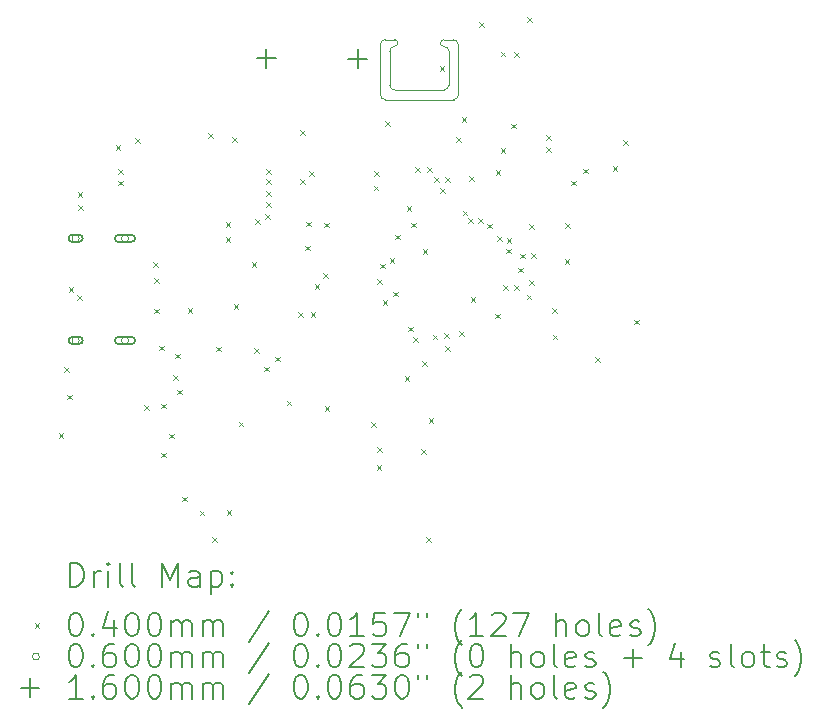
<source format=gbr>
%TF.GenerationSoftware,KiCad,Pcbnew,7.0.7*%
%TF.CreationDate,2023-10-12T17:33:56+02:00*%
%TF.ProjectId,LDAD_ABS_ENCLOSURE_52X48_1.69_LCD_TFT_16_bit_INA237,4c444144-5f41-4425-935f-454e434c4f53,5.3*%
%TF.SameCoordinates,Original*%
%TF.FileFunction,Drillmap*%
%TF.FilePolarity,Positive*%
%FSLAX45Y45*%
G04 Gerber Fmt 4.5, Leading zero omitted, Abs format (unit mm)*
G04 Created by KiCad (PCBNEW 7.0.7) date 2023-10-12 17:33:56*
%MOMM*%
%LPD*%
G01*
G04 APERTURE LIST*
%ADD10C,0.100000*%
%ADD11C,0.200000*%
%ADD12C,0.040000*%
%ADD13C,0.060000*%
%ADD14C,0.160000*%
G04 APERTURE END LIST*
D10*
X22066378Y-7512294D02*
X22066329Y-7798294D01*
X22524984Y-7839898D02*
X22109378Y-7839294D01*
X22567029Y-7510850D02*
G75*
G03*
X22523983Y-7469850I-41039J10D01*
G01*
X22646064Y-7453883D02*
G75*
G03*
X22603008Y-7412883I-41084J-37D01*
G01*
X22606944Y-7921162D02*
G75*
G03*
X22647943Y-7878117I6J41042D01*
G01*
X22567032Y-7510850D02*
X22565983Y-7796850D01*
X22107326Y-7469248D02*
G75*
G03*
X22066326Y-7512294I4J-41052D01*
G01*
X22027326Y-7411863D02*
X22107326Y-7411818D01*
X22523983Y-7412430D02*
G75*
G03*
X22523983Y-7469850I-4J-28710D01*
G01*
X22603008Y-7412883D02*
X22523983Y-7412423D01*
X22030043Y-7919397D02*
X22606944Y-7921166D01*
X21986378Y-7454911D02*
X21986994Y-7878397D01*
X22107326Y-7469241D02*
G75*
G03*
X22107326Y-7411818I4J28712D01*
G01*
X22647943Y-7878117D02*
X22646056Y-7453883D01*
X22027326Y-7411866D02*
G75*
G03*
X21986326Y-7454911I-26J-41024D01*
G01*
X22066327Y-7798294D02*
G75*
G03*
X22109378Y-7839294I41043J-6D01*
G01*
X21987003Y-7878397D02*
G75*
G03*
X22030043Y-7919397I41017J-33D01*
G01*
X22524984Y-7839903D02*
G75*
G03*
X22565983Y-7796850I6J41043D01*
G01*
D11*
D12*
X19264000Y-10747000D02*
X19304000Y-10787000D01*
X19304000Y-10747000D02*
X19264000Y-10787000D01*
X19307000Y-10184000D02*
X19347000Y-10224000D01*
X19347000Y-10184000D02*
X19307000Y-10224000D01*
X19337000Y-10419000D02*
X19377000Y-10459000D01*
X19377000Y-10419000D02*
X19337000Y-10459000D01*
X19349000Y-9510000D02*
X19389000Y-9550000D01*
X19389000Y-9510000D02*
X19349000Y-9550000D01*
X19419000Y-9574000D02*
X19459000Y-9614000D01*
X19459000Y-9574000D02*
X19419000Y-9614000D01*
X19425000Y-8702000D02*
X19465000Y-8742000D01*
X19465000Y-8702000D02*
X19425000Y-8742000D01*
X19429000Y-8813000D02*
X19469000Y-8853000D01*
X19469000Y-8813000D02*
X19429000Y-8853000D01*
X19746000Y-8308000D02*
X19786000Y-8348000D01*
X19786000Y-8308000D02*
X19746000Y-8348000D01*
X19765000Y-8506000D02*
X19805000Y-8546000D01*
X19805000Y-8506000D02*
X19765000Y-8546000D01*
X19765000Y-8607000D02*
X19805000Y-8647000D01*
X19805000Y-8607000D02*
X19765000Y-8647000D01*
X19912000Y-8245000D02*
X19952000Y-8285000D01*
X19952000Y-8245000D02*
X19912000Y-8285000D01*
X19990000Y-10509000D02*
X20030000Y-10549000D01*
X20030000Y-10509000D02*
X19990000Y-10549000D01*
X20066000Y-9294000D02*
X20106000Y-9334000D01*
X20106000Y-9294000D02*
X20066000Y-9334000D01*
X20069000Y-9433000D02*
X20109000Y-9473000D01*
X20109000Y-9433000D02*
X20069000Y-9473000D01*
X20074000Y-9689000D02*
X20114000Y-9729000D01*
X20114000Y-9689000D02*
X20074000Y-9729000D01*
X20113000Y-10003000D02*
X20153000Y-10043000D01*
X20153000Y-10003000D02*
X20113000Y-10043000D01*
X20128000Y-10910000D02*
X20168000Y-10950000D01*
X20168000Y-10910000D02*
X20128000Y-10950000D01*
X20133000Y-10495000D02*
X20173000Y-10535000D01*
X20173000Y-10495000D02*
X20133000Y-10535000D01*
X20201000Y-10748000D02*
X20241000Y-10788000D01*
X20241000Y-10748000D02*
X20201000Y-10788000D01*
X20232000Y-10255000D02*
X20272000Y-10295000D01*
X20272000Y-10255000D02*
X20232000Y-10295000D01*
X20249000Y-10070050D02*
X20289000Y-10110050D01*
X20289000Y-10070050D02*
X20249000Y-10110050D01*
X20267000Y-10376000D02*
X20307000Y-10416000D01*
X20307000Y-10376000D02*
X20267000Y-10416000D01*
X20306000Y-11282000D02*
X20346000Y-11322000D01*
X20346000Y-11282000D02*
X20306000Y-11322000D01*
X20355000Y-9684000D02*
X20395000Y-9724000D01*
X20395000Y-9684000D02*
X20355000Y-9724000D01*
X20457000Y-11400000D02*
X20497000Y-11440000D01*
X20497000Y-11400000D02*
X20457000Y-11440000D01*
X20532000Y-8202000D02*
X20572000Y-8242000D01*
X20572000Y-8202000D02*
X20532000Y-8242000D01*
X20561000Y-11626000D02*
X20601000Y-11666000D01*
X20601000Y-11626000D02*
X20561000Y-11666000D01*
X20595000Y-10011000D02*
X20635000Y-10051000D01*
X20635000Y-10011000D02*
X20595000Y-10051000D01*
X20677000Y-8956000D02*
X20717000Y-8996000D01*
X20717000Y-8956000D02*
X20677000Y-8996000D01*
X20677000Y-9087000D02*
X20717000Y-9127000D01*
X20717000Y-9087000D02*
X20677000Y-9127000D01*
X20686000Y-11395000D02*
X20726000Y-11435000D01*
X20726000Y-11395000D02*
X20686000Y-11435000D01*
X20732000Y-8236000D02*
X20772000Y-8276000D01*
X20772000Y-8236000D02*
X20732000Y-8276000D01*
X20745000Y-9651000D02*
X20785000Y-9691000D01*
X20785000Y-9651000D02*
X20745000Y-9691000D01*
X20787000Y-10647000D02*
X20827000Y-10687000D01*
X20827000Y-10647000D02*
X20787000Y-10687000D01*
X20897550Y-9296000D02*
X20937550Y-9336000D01*
X20937550Y-9296000D02*
X20897550Y-9336000D01*
X20918000Y-10025000D02*
X20958000Y-10065000D01*
X20958000Y-10025000D02*
X20918000Y-10065000D01*
X20925000Y-8931000D02*
X20965000Y-8971000D01*
X20965000Y-8931000D02*
X20925000Y-8971000D01*
X21001000Y-10182000D02*
X21041000Y-10222000D01*
X21041000Y-10182000D02*
X21001000Y-10222000D01*
X21013000Y-8888000D02*
X21053000Y-8928000D01*
X21053000Y-8888000D02*
X21013000Y-8928000D01*
X21017000Y-8788000D02*
X21057000Y-8828000D01*
X21057000Y-8788000D02*
X21017000Y-8828000D01*
X21019000Y-8508000D02*
X21059000Y-8548000D01*
X21059000Y-8508000D02*
X21019000Y-8548000D01*
X21019000Y-8697000D02*
X21059000Y-8737000D01*
X21059000Y-8697000D02*
X21019000Y-8737000D01*
X21021000Y-8595000D02*
X21061000Y-8635000D01*
X21061000Y-8595000D02*
X21021000Y-8635000D01*
X21094000Y-10097000D02*
X21134000Y-10137000D01*
X21134000Y-10097000D02*
X21094000Y-10137000D01*
X21193000Y-10469000D02*
X21233000Y-10509000D01*
X21233000Y-10469000D02*
X21193000Y-10509000D01*
X21294000Y-9718000D02*
X21334000Y-9758000D01*
X21334000Y-9718000D02*
X21294000Y-9758000D01*
X21306000Y-8181000D02*
X21346000Y-8221000D01*
X21346000Y-8181000D02*
X21306000Y-8221000D01*
X21309000Y-8594000D02*
X21349000Y-8634000D01*
X21349000Y-8594000D02*
X21309000Y-8634000D01*
X21348000Y-9157000D02*
X21388000Y-9197000D01*
X21388000Y-9157000D02*
X21348000Y-9197000D01*
X21361000Y-8954000D02*
X21401000Y-8994000D01*
X21401000Y-8954000D02*
X21361000Y-8994000D01*
X21382000Y-8523000D02*
X21422000Y-8563000D01*
X21422000Y-8523000D02*
X21382000Y-8563000D01*
X21396000Y-9719000D02*
X21436000Y-9759000D01*
X21436000Y-9719000D02*
X21396000Y-9759000D01*
X21431000Y-9484000D02*
X21471000Y-9524000D01*
X21471000Y-9484000D02*
X21431000Y-9524000D01*
X21504000Y-9388000D02*
X21544000Y-9428000D01*
X21544000Y-9388000D02*
X21504000Y-9428000D01*
X21514000Y-8963000D02*
X21554000Y-9003000D01*
X21554000Y-8963000D02*
X21514000Y-9003000D01*
X21515000Y-10513000D02*
X21555000Y-10553000D01*
X21555000Y-10513000D02*
X21515000Y-10553000D01*
X21908000Y-10651000D02*
X21948000Y-10691000D01*
X21948000Y-10651000D02*
X21908000Y-10691000D01*
X21930000Y-8649000D02*
X21970000Y-8689000D01*
X21970000Y-8649000D02*
X21930000Y-8689000D01*
X21937000Y-8523000D02*
X21977000Y-8563000D01*
X21977000Y-8523000D02*
X21937000Y-8563000D01*
X21955750Y-11014250D02*
X21995750Y-11054250D01*
X21995750Y-11014250D02*
X21955750Y-11054250D01*
X21960000Y-10863000D02*
X22000000Y-10903000D01*
X22000000Y-10863000D02*
X21960000Y-10903000D01*
X21961000Y-9441000D02*
X22001000Y-9481000D01*
X22001000Y-9441000D02*
X21961000Y-9481000D01*
X21984000Y-9310000D02*
X22024000Y-9350000D01*
X22024000Y-9310000D02*
X21984000Y-9350000D01*
X22006000Y-9620000D02*
X22046000Y-9660000D01*
X22046000Y-9620000D02*
X22006000Y-9660000D01*
X22030000Y-8100000D02*
X22070000Y-8140000D01*
X22070000Y-8100000D02*
X22030000Y-8140000D01*
X22065000Y-9263000D02*
X22105000Y-9303000D01*
X22105000Y-9263000D02*
X22065000Y-9303000D01*
X22093000Y-9547000D02*
X22133000Y-9587000D01*
X22133000Y-9547000D02*
X22093000Y-9587000D01*
X22111000Y-9063761D02*
X22151000Y-9103761D01*
X22151000Y-9063761D02*
X22111000Y-9103761D01*
X22192000Y-10263000D02*
X22232000Y-10303000D01*
X22232000Y-10263000D02*
X22192000Y-10303000D01*
X22209000Y-8824000D02*
X22249000Y-8864000D01*
X22249000Y-8824000D02*
X22209000Y-8864000D01*
X22224450Y-9842000D02*
X22264450Y-9882000D01*
X22264450Y-9842000D02*
X22224450Y-9882000D01*
X22250000Y-8962950D02*
X22290000Y-9002950D01*
X22290000Y-8962950D02*
X22250000Y-9002950D01*
X22266325Y-9929931D02*
X22306325Y-9969931D01*
X22306325Y-9929931D02*
X22266325Y-9969931D01*
X22284000Y-8491000D02*
X22324000Y-8531000D01*
X22324000Y-8491000D02*
X22284000Y-8531000D01*
X22332000Y-10878000D02*
X22372000Y-10918000D01*
X22372000Y-10878000D02*
X22332000Y-10918000D01*
X22338867Y-10137000D02*
X22378867Y-10177000D01*
X22378867Y-10137000D02*
X22338867Y-10177000D01*
X22344000Y-9185000D02*
X22384000Y-9225000D01*
X22384000Y-9185000D02*
X22344000Y-9225000D01*
X22375000Y-11626000D02*
X22415000Y-11666000D01*
X22415000Y-11626000D02*
X22375000Y-11666000D01*
X22384000Y-8494000D02*
X22424000Y-8534000D01*
X22424000Y-8494000D02*
X22384000Y-8534000D01*
X22395000Y-10620000D02*
X22435000Y-10660000D01*
X22435000Y-10620000D02*
X22395000Y-10660000D01*
X22429760Y-9908993D02*
X22469760Y-9948993D01*
X22469760Y-9908993D02*
X22429760Y-9948993D01*
X22443000Y-8577000D02*
X22483000Y-8617000D01*
X22483000Y-8577000D02*
X22443000Y-8617000D01*
X22488000Y-7634000D02*
X22528000Y-7674000D01*
X22528000Y-7634000D02*
X22488000Y-7674000D01*
X22495000Y-8668000D02*
X22535000Y-8708000D01*
X22535000Y-8668000D02*
X22495000Y-8708000D01*
X22525000Y-9895000D02*
X22565000Y-9935000D01*
X22565000Y-9895000D02*
X22525000Y-9935000D01*
X22536000Y-8578000D02*
X22576000Y-8618000D01*
X22576000Y-8578000D02*
X22536000Y-8618000D01*
X22536365Y-10004815D02*
X22576365Y-10044815D01*
X22576365Y-10004815D02*
X22536365Y-10044815D01*
X22629000Y-8239000D02*
X22669000Y-8279000D01*
X22669000Y-8239000D02*
X22629000Y-8279000D01*
X22653628Y-9881628D02*
X22693628Y-9921628D01*
X22693628Y-9881628D02*
X22653628Y-9921628D01*
X22676000Y-8068000D02*
X22716000Y-8108000D01*
X22716000Y-8068000D02*
X22676000Y-8108000D01*
X22682950Y-8860544D02*
X22722950Y-8900544D01*
X22722950Y-8860544D02*
X22682950Y-8900544D01*
X22730249Y-8925002D02*
X22770249Y-8965002D01*
X22770249Y-8925002D02*
X22730249Y-8965002D01*
X22736812Y-8570450D02*
X22776812Y-8610450D01*
X22776812Y-8570450D02*
X22736812Y-8610450D01*
X22751120Y-9591000D02*
X22791120Y-9631000D01*
X22791120Y-9591000D02*
X22751120Y-9631000D01*
X22818037Y-8924550D02*
X22858037Y-8964550D01*
X22858037Y-8924550D02*
X22818037Y-8964550D01*
X22824550Y-7265000D02*
X22864550Y-7305000D01*
X22864550Y-7265000D02*
X22824550Y-7305000D01*
X22889000Y-8970000D02*
X22929000Y-9010000D01*
X22929000Y-8970000D02*
X22889000Y-9010000D01*
X22960000Y-9731786D02*
X23000000Y-9771786D01*
X23000000Y-9731786D02*
X22960000Y-9771786D01*
X22963070Y-8518521D02*
X23003070Y-8558521D01*
X23003070Y-8518521D02*
X22963070Y-8558521D01*
X22977265Y-9074407D02*
X23017265Y-9114407D01*
X23017265Y-9074407D02*
X22977265Y-9114407D01*
X23006000Y-7514950D02*
X23046000Y-7554950D01*
X23046000Y-7514950D02*
X23006000Y-7554950D01*
X23006000Y-8334000D02*
X23046000Y-8374000D01*
X23046000Y-8334000D02*
X23006000Y-8374000D01*
X23026640Y-9491882D02*
X23066640Y-9531882D01*
X23066640Y-9491882D02*
X23026640Y-9531882D01*
X23050468Y-9181235D02*
X23090468Y-9221235D01*
X23090468Y-9181235D02*
X23050468Y-9221235D01*
X23055919Y-9095045D02*
X23095919Y-9135045D01*
X23095919Y-9095045D02*
X23055919Y-9135045D01*
X23092000Y-8124000D02*
X23132000Y-8164000D01*
X23132000Y-8124000D02*
X23092000Y-8164000D01*
X23121000Y-9491882D02*
X23161000Y-9531882D01*
X23161000Y-9491882D02*
X23121000Y-9531882D01*
X23122750Y-7516750D02*
X23162750Y-7556750D01*
X23162750Y-7516750D02*
X23122750Y-7556750D01*
X23154528Y-9342550D02*
X23194528Y-9382550D01*
X23194528Y-9342550D02*
X23154528Y-9382550D01*
X23170717Y-9223550D02*
X23210717Y-9263550D01*
X23210717Y-9223550D02*
X23170717Y-9263550D01*
X23224888Y-9572257D02*
X23264888Y-9612257D01*
X23264888Y-9572257D02*
X23224888Y-9612257D01*
X23231000Y-7221000D02*
X23271000Y-7261000D01*
X23271000Y-7221000D02*
X23231000Y-7261000D01*
X23246000Y-8977000D02*
X23286000Y-9017000D01*
X23286000Y-8977000D02*
X23246000Y-9017000D01*
X23247595Y-9449572D02*
X23287595Y-9489572D01*
X23287595Y-9449572D02*
X23247595Y-9489572D01*
X23264623Y-9217623D02*
X23304623Y-9257623D01*
X23304623Y-9217623D02*
X23264623Y-9257623D01*
X23391000Y-8223000D02*
X23431000Y-8263000D01*
X23431000Y-8223000D02*
X23391000Y-8263000D01*
X23391000Y-8324000D02*
X23431000Y-8364000D01*
X23431000Y-8324000D02*
X23391000Y-8364000D01*
X23441000Y-9686000D02*
X23481000Y-9726000D01*
X23481000Y-9686000D02*
X23441000Y-9726000D01*
X23445000Y-9911000D02*
X23485000Y-9951000D01*
X23485000Y-9911000D02*
X23445000Y-9951000D01*
X23546750Y-9271450D02*
X23586750Y-9311450D01*
X23586750Y-9271450D02*
X23546750Y-9311450D01*
X23553125Y-8968332D02*
X23593125Y-9008332D01*
X23593125Y-8968332D02*
X23553125Y-9008332D01*
X23603000Y-8607000D02*
X23643000Y-8647000D01*
X23643000Y-8607000D02*
X23603000Y-8647000D01*
X23704000Y-8504000D02*
X23744000Y-8544000D01*
X23744000Y-8504000D02*
X23704000Y-8544000D01*
X23806000Y-10098000D02*
X23846000Y-10138000D01*
X23846000Y-10098000D02*
X23806000Y-10138000D01*
X23952852Y-8483925D02*
X23992852Y-8523925D01*
X23992852Y-8483925D02*
X23952852Y-8523925D01*
X24042000Y-8264000D02*
X24082000Y-8304000D01*
X24082000Y-8264000D02*
X24042000Y-8304000D01*
X24138000Y-9783000D02*
X24178000Y-9823000D01*
X24178000Y-9783000D02*
X24138000Y-9823000D01*
D13*
X19437000Y-9095000D02*
G75*
G03*
X19437000Y-9095000I-30000J0D01*
G01*
D11*
X19437000Y-9065000D02*
X19377000Y-9065000D01*
X19377000Y-9065000D02*
G75*
G03*
X19377000Y-9125000I0J-30000D01*
G01*
X19377000Y-9125000D02*
X19437000Y-9125000D01*
X19437000Y-9125000D02*
G75*
G03*
X19437000Y-9065000I0J30000D01*
G01*
D13*
X19437000Y-9959000D02*
G75*
G03*
X19437000Y-9959000I-30000J0D01*
G01*
D11*
X19437000Y-9929000D02*
X19377000Y-9929000D01*
X19377000Y-9929000D02*
G75*
G03*
X19377000Y-9989000I0J-30000D01*
G01*
X19377000Y-9989000D02*
X19437000Y-9989000D01*
X19437000Y-9989000D02*
G75*
G03*
X19437000Y-9929000I0J30000D01*
G01*
D13*
X19855000Y-9095000D02*
G75*
G03*
X19855000Y-9095000I-30000J0D01*
G01*
D11*
X19880000Y-9065000D02*
X19770000Y-9065000D01*
X19770000Y-9065000D02*
G75*
G03*
X19770000Y-9125000I0J-30000D01*
G01*
X19770000Y-9125000D02*
X19880000Y-9125000D01*
X19880000Y-9125000D02*
G75*
G03*
X19880000Y-9065000I0J30000D01*
G01*
D13*
X19855000Y-9959000D02*
G75*
G03*
X19855000Y-9959000I-30000J0D01*
G01*
D11*
X19880000Y-9929000D02*
X19770000Y-9929000D01*
X19770000Y-9929000D02*
G75*
G03*
X19770000Y-9989000I0J-30000D01*
G01*
X19770000Y-9989000D02*
X19880000Y-9989000D01*
X19880000Y-9989000D02*
G75*
G03*
X19880000Y-9929000I0J30000D01*
G01*
D14*
X21020000Y-7492000D02*
X21020000Y-7652000D01*
X20940000Y-7572000D02*
X21100000Y-7572000D01*
X21795000Y-7493000D02*
X21795000Y-7653000D01*
X21715000Y-7573000D02*
X21875000Y-7573000D01*
D11*
X19361338Y-12042966D02*
X19361338Y-11842966D01*
X19361338Y-11842966D02*
X19408957Y-11842966D01*
X19408957Y-11842966D02*
X19437528Y-11852490D01*
X19437528Y-11852490D02*
X19456576Y-11871538D01*
X19456576Y-11871538D02*
X19466100Y-11890585D01*
X19466100Y-11890585D02*
X19475624Y-11928681D01*
X19475624Y-11928681D02*
X19475624Y-11957252D01*
X19475624Y-11957252D02*
X19466100Y-11995347D01*
X19466100Y-11995347D02*
X19456576Y-12014395D01*
X19456576Y-12014395D02*
X19437528Y-12033443D01*
X19437528Y-12033443D02*
X19408957Y-12042966D01*
X19408957Y-12042966D02*
X19361338Y-12042966D01*
X19561338Y-12042966D02*
X19561338Y-11909633D01*
X19561338Y-11947728D02*
X19570862Y-11928681D01*
X19570862Y-11928681D02*
X19580386Y-11919157D01*
X19580386Y-11919157D02*
X19599433Y-11909633D01*
X19599433Y-11909633D02*
X19618481Y-11909633D01*
X19685147Y-12042966D02*
X19685147Y-11909633D01*
X19685147Y-11842966D02*
X19675624Y-11852490D01*
X19675624Y-11852490D02*
X19685147Y-11862014D01*
X19685147Y-11862014D02*
X19694671Y-11852490D01*
X19694671Y-11852490D02*
X19685147Y-11842966D01*
X19685147Y-11842966D02*
X19685147Y-11862014D01*
X19808957Y-12042966D02*
X19789909Y-12033443D01*
X19789909Y-12033443D02*
X19780386Y-12014395D01*
X19780386Y-12014395D02*
X19780386Y-11842966D01*
X19913719Y-12042966D02*
X19894671Y-12033443D01*
X19894671Y-12033443D02*
X19885147Y-12014395D01*
X19885147Y-12014395D02*
X19885147Y-11842966D01*
X20142290Y-12042966D02*
X20142290Y-11842966D01*
X20142290Y-11842966D02*
X20208957Y-11985824D01*
X20208957Y-11985824D02*
X20275624Y-11842966D01*
X20275624Y-11842966D02*
X20275624Y-12042966D01*
X20456576Y-12042966D02*
X20456576Y-11938205D01*
X20456576Y-11938205D02*
X20447052Y-11919157D01*
X20447052Y-11919157D02*
X20428005Y-11909633D01*
X20428005Y-11909633D02*
X20389909Y-11909633D01*
X20389909Y-11909633D02*
X20370862Y-11919157D01*
X20456576Y-12033443D02*
X20437528Y-12042966D01*
X20437528Y-12042966D02*
X20389909Y-12042966D01*
X20389909Y-12042966D02*
X20370862Y-12033443D01*
X20370862Y-12033443D02*
X20361338Y-12014395D01*
X20361338Y-12014395D02*
X20361338Y-11995347D01*
X20361338Y-11995347D02*
X20370862Y-11976300D01*
X20370862Y-11976300D02*
X20389909Y-11966776D01*
X20389909Y-11966776D02*
X20437528Y-11966776D01*
X20437528Y-11966776D02*
X20456576Y-11957252D01*
X20551814Y-11909633D02*
X20551814Y-12109633D01*
X20551814Y-11919157D02*
X20570862Y-11909633D01*
X20570862Y-11909633D02*
X20608957Y-11909633D01*
X20608957Y-11909633D02*
X20628005Y-11919157D01*
X20628005Y-11919157D02*
X20637528Y-11928681D01*
X20637528Y-11928681D02*
X20647052Y-11947728D01*
X20647052Y-11947728D02*
X20647052Y-12004871D01*
X20647052Y-12004871D02*
X20637528Y-12023919D01*
X20637528Y-12023919D02*
X20628005Y-12033443D01*
X20628005Y-12033443D02*
X20608957Y-12042966D01*
X20608957Y-12042966D02*
X20570862Y-12042966D01*
X20570862Y-12042966D02*
X20551814Y-12033443D01*
X20732767Y-12023919D02*
X20742290Y-12033443D01*
X20742290Y-12033443D02*
X20732767Y-12042966D01*
X20732767Y-12042966D02*
X20723243Y-12033443D01*
X20723243Y-12033443D02*
X20732767Y-12023919D01*
X20732767Y-12023919D02*
X20732767Y-12042966D01*
X20732767Y-11919157D02*
X20742290Y-11928681D01*
X20742290Y-11928681D02*
X20732767Y-11938205D01*
X20732767Y-11938205D02*
X20723243Y-11928681D01*
X20723243Y-11928681D02*
X20732767Y-11919157D01*
X20732767Y-11919157D02*
X20732767Y-11938205D01*
D12*
X19060561Y-12351483D02*
X19100561Y-12391483D01*
X19100561Y-12351483D02*
X19060561Y-12391483D01*
D11*
X19399433Y-12262966D02*
X19418481Y-12262966D01*
X19418481Y-12262966D02*
X19437528Y-12272490D01*
X19437528Y-12272490D02*
X19447052Y-12282014D01*
X19447052Y-12282014D02*
X19456576Y-12301062D01*
X19456576Y-12301062D02*
X19466100Y-12339157D01*
X19466100Y-12339157D02*
X19466100Y-12386776D01*
X19466100Y-12386776D02*
X19456576Y-12424871D01*
X19456576Y-12424871D02*
X19447052Y-12443919D01*
X19447052Y-12443919D02*
X19437528Y-12453443D01*
X19437528Y-12453443D02*
X19418481Y-12462966D01*
X19418481Y-12462966D02*
X19399433Y-12462966D01*
X19399433Y-12462966D02*
X19380386Y-12453443D01*
X19380386Y-12453443D02*
X19370862Y-12443919D01*
X19370862Y-12443919D02*
X19361338Y-12424871D01*
X19361338Y-12424871D02*
X19351814Y-12386776D01*
X19351814Y-12386776D02*
X19351814Y-12339157D01*
X19351814Y-12339157D02*
X19361338Y-12301062D01*
X19361338Y-12301062D02*
X19370862Y-12282014D01*
X19370862Y-12282014D02*
X19380386Y-12272490D01*
X19380386Y-12272490D02*
X19399433Y-12262966D01*
X19551814Y-12443919D02*
X19561338Y-12453443D01*
X19561338Y-12453443D02*
X19551814Y-12462966D01*
X19551814Y-12462966D02*
X19542290Y-12453443D01*
X19542290Y-12453443D02*
X19551814Y-12443919D01*
X19551814Y-12443919D02*
X19551814Y-12462966D01*
X19732767Y-12329633D02*
X19732767Y-12462966D01*
X19685147Y-12253443D02*
X19637528Y-12396300D01*
X19637528Y-12396300D02*
X19761338Y-12396300D01*
X19875624Y-12262966D02*
X19894671Y-12262966D01*
X19894671Y-12262966D02*
X19913719Y-12272490D01*
X19913719Y-12272490D02*
X19923243Y-12282014D01*
X19923243Y-12282014D02*
X19932767Y-12301062D01*
X19932767Y-12301062D02*
X19942290Y-12339157D01*
X19942290Y-12339157D02*
X19942290Y-12386776D01*
X19942290Y-12386776D02*
X19932767Y-12424871D01*
X19932767Y-12424871D02*
X19923243Y-12443919D01*
X19923243Y-12443919D02*
X19913719Y-12453443D01*
X19913719Y-12453443D02*
X19894671Y-12462966D01*
X19894671Y-12462966D02*
X19875624Y-12462966D01*
X19875624Y-12462966D02*
X19856576Y-12453443D01*
X19856576Y-12453443D02*
X19847052Y-12443919D01*
X19847052Y-12443919D02*
X19837528Y-12424871D01*
X19837528Y-12424871D02*
X19828005Y-12386776D01*
X19828005Y-12386776D02*
X19828005Y-12339157D01*
X19828005Y-12339157D02*
X19837528Y-12301062D01*
X19837528Y-12301062D02*
X19847052Y-12282014D01*
X19847052Y-12282014D02*
X19856576Y-12272490D01*
X19856576Y-12272490D02*
X19875624Y-12262966D01*
X20066100Y-12262966D02*
X20085148Y-12262966D01*
X20085148Y-12262966D02*
X20104195Y-12272490D01*
X20104195Y-12272490D02*
X20113719Y-12282014D01*
X20113719Y-12282014D02*
X20123243Y-12301062D01*
X20123243Y-12301062D02*
X20132767Y-12339157D01*
X20132767Y-12339157D02*
X20132767Y-12386776D01*
X20132767Y-12386776D02*
X20123243Y-12424871D01*
X20123243Y-12424871D02*
X20113719Y-12443919D01*
X20113719Y-12443919D02*
X20104195Y-12453443D01*
X20104195Y-12453443D02*
X20085148Y-12462966D01*
X20085148Y-12462966D02*
X20066100Y-12462966D01*
X20066100Y-12462966D02*
X20047052Y-12453443D01*
X20047052Y-12453443D02*
X20037528Y-12443919D01*
X20037528Y-12443919D02*
X20028005Y-12424871D01*
X20028005Y-12424871D02*
X20018481Y-12386776D01*
X20018481Y-12386776D02*
X20018481Y-12339157D01*
X20018481Y-12339157D02*
X20028005Y-12301062D01*
X20028005Y-12301062D02*
X20037528Y-12282014D01*
X20037528Y-12282014D02*
X20047052Y-12272490D01*
X20047052Y-12272490D02*
X20066100Y-12262966D01*
X20218481Y-12462966D02*
X20218481Y-12329633D01*
X20218481Y-12348681D02*
X20228005Y-12339157D01*
X20228005Y-12339157D02*
X20247052Y-12329633D01*
X20247052Y-12329633D02*
X20275624Y-12329633D01*
X20275624Y-12329633D02*
X20294671Y-12339157D01*
X20294671Y-12339157D02*
X20304195Y-12358205D01*
X20304195Y-12358205D02*
X20304195Y-12462966D01*
X20304195Y-12358205D02*
X20313719Y-12339157D01*
X20313719Y-12339157D02*
X20332767Y-12329633D01*
X20332767Y-12329633D02*
X20361338Y-12329633D01*
X20361338Y-12329633D02*
X20380386Y-12339157D01*
X20380386Y-12339157D02*
X20389909Y-12358205D01*
X20389909Y-12358205D02*
X20389909Y-12462966D01*
X20485148Y-12462966D02*
X20485148Y-12329633D01*
X20485148Y-12348681D02*
X20494671Y-12339157D01*
X20494671Y-12339157D02*
X20513719Y-12329633D01*
X20513719Y-12329633D02*
X20542290Y-12329633D01*
X20542290Y-12329633D02*
X20561338Y-12339157D01*
X20561338Y-12339157D02*
X20570862Y-12358205D01*
X20570862Y-12358205D02*
X20570862Y-12462966D01*
X20570862Y-12358205D02*
X20580386Y-12339157D01*
X20580386Y-12339157D02*
X20599433Y-12329633D01*
X20599433Y-12329633D02*
X20628005Y-12329633D01*
X20628005Y-12329633D02*
X20647052Y-12339157D01*
X20647052Y-12339157D02*
X20656576Y-12358205D01*
X20656576Y-12358205D02*
X20656576Y-12462966D01*
X21047052Y-12253443D02*
X20875624Y-12510585D01*
X21304195Y-12262966D02*
X21323243Y-12262966D01*
X21323243Y-12262966D02*
X21342291Y-12272490D01*
X21342291Y-12272490D02*
X21351814Y-12282014D01*
X21351814Y-12282014D02*
X21361338Y-12301062D01*
X21361338Y-12301062D02*
X21370862Y-12339157D01*
X21370862Y-12339157D02*
X21370862Y-12386776D01*
X21370862Y-12386776D02*
X21361338Y-12424871D01*
X21361338Y-12424871D02*
X21351814Y-12443919D01*
X21351814Y-12443919D02*
X21342291Y-12453443D01*
X21342291Y-12453443D02*
X21323243Y-12462966D01*
X21323243Y-12462966D02*
X21304195Y-12462966D01*
X21304195Y-12462966D02*
X21285148Y-12453443D01*
X21285148Y-12453443D02*
X21275624Y-12443919D01*
X21275624Y-12443919D02*
X21266100Y-12424871D01*
X21266100Y-12424871D02*
X21256576Y-12386776D01*
X21256576Y-12386776D02*
X21256576Y-12339157D01*
X21256576Y-12339157D02*
X21266100Y-12301062D01*
X21266100Y-12301062D02*
X21275624Y-12282014D01*
X21275624Y-12282014D02*
X21285148Y-12272490D01*
X21285148Y-12272490D02*
X21304195Y-12262966D01*
X21456576Y-12443919D02*
X21466100Y-12453443D01*
X21466100Y-12453443D02*
X21456576Y-12462966D01*
X21456576Y-12462966D02*
X21447052Y-12453443D01*
X21447052Y-12453443D02*
X21456576Y-12443919D01*
X21456576Y-12443919D02*
X21456576Y-12462966D01*
X21589910Y-12262966D02*
X21608957Y-12262966D01*
X21608957Y-12262966D02*
X21628005Y-12272490D01*
X21628005Y-12272490D02*
X21637529Y-12282014D01*
X21637529Y-12282014D02*
X21647052Y-12301062D01*
X21647052Y-12301062D02*
X21656576Y-12339157D01*
X21656576Y-12339157D02*
X21656576Y-12386776D01*
X21656576Y-12386776D02*
X21647052Y-12424871D01*
X21647052Y-12424871D02*
X21637529Y-12443919D01*
X21637529Y-12443919D02*
X21628005Y-12453443D01*
X21628005Y-12453443D02*
X21608957Y-12462966D01*
X21608957Y-12462966D02*
X21589910Y-12462966D01*
X21589910Y-12462966D02*
X21570862Y-12453443D01*
X21570862Y-12453443D02*
X21561338Y-12443919D01*
X21561338Y-12443919D02*
X21551814Y-12424871D01*
X21551814Y-12424871D02*
X21542291Y-12386776D01*
X21542291Y-12386776D02*
X21542291Y-12339157D01*
X21542291Y-12339157D02*
X21551814Y-12301062D01*
X21551814Y-12301062D02*
X21561338Y-12282014D01*
X21561338Y-12282014D02*
X21570862Y-12272490D01*
X21570862Y-12272490D02*
X21589910Y-12262966D01*
X21847052Y-12462966D02*
X21732767Y-12462966D01*
X21789910Y-12462966D02*
X21789910Y-12262966D01*
X21789910Y-12262966D02*
X21770862Y-12291538D01*
X21770862Y-12291538D02*
X21751814Y-12310585D01*
X21751814Y-12310585D02*
X21732767Y-12320109D01*
X22028005Y-12262966D02*
X21932767Y-12262966D01*
X21932767Y-12262966D02*
X21923243Y-12358205D01*
X21923243Y-12358205D02*
X21932767Y-12348681D01*
X21932767Y-12348681D02*
X21951814Y-12339157D01*
X21951814Y-12339157D02*
X21999433Y-12339157D01*
X21999433Y-12339157D02*
X22018481Y-12348681D01*
X22018481Y-12348681D02*
X22028005Y-12358205D01*
X22028005Y-12358205D02*
X22037529Y-12377252D01*
X22037529Y-12377252D02*
X22037529Y-12424871D01*
X22037529Y-12424871D02*
X22028005Y-12443919D01*
X22028005Y-12443919D02*
X22018481Y-12453443D01*
X22018481Y-12453443D02*
X21999433Y-12462966D01*
X21999433Y-12462966D02*
X21951814Y-12462966D01*
X21951814Y-12462966D02*
X21932767Y-12453443D01*
X21932767Y-12453443D02*
X21923243Y-12443919D01*
X22104195Y-12262966D02*
X22237529Y-12262966D01*
X22237529Y-12262966D02*
X22151814Y-12462966D01*
X22304195Y-12262966D02*
X22304195Y-12301062D01*
X22380386Y-12262966D02*
X22380386Y-12301062D01*
X22675624Y-12539157D02*
X22666100Y-12529633D01*
X22666100Y-12529633D02*
X22647052Y-12501062D01*
X22647052Y-12501062D02*
X22637529Y-12482014D01*
X22637529Y-12482014D02*
X22628005Y-12453443D01*
X22628005Y-12453443D02*
X22618481Y-12405824D01*
X22618481Y-12405824D02*
X22618481Y-12367728D01*
X22618481Y-12367728D02*
X22628005Y-12320109D01*
X22628005Y-12320109D02*
X22637529Y-12291538D01*
X22637529Y-12291538D02*
X22647052Y-12272490D01*
X22647052Y-12272490D02*
X22666100Y-12243919D01*
X22666100Y-12243919D02*
X22675624Y-12234395D01*
X22856576Y-12462966D02*
X22742291Y-12462966D01*
X22799433Y-12462966D02*
X22799433Y-12262966D01*
X22799433Y-12262966D02*
X22780386Y-12291538D01*
X22780386Y-12291538D02*
X22761338Y-12310585D01*
X22761338Y-12310585D02*
X22742291Y-12320109D01*
X22932767Y-12282014D02*
X22942291Y-12272490D01*
X22942291Y-12272490D02*
X22961338Y-12262966D01*
X22961338Y-12262966D02*
X23008957Y-12262966D01*
X23008957Y-12262966D02*
X23028005Y-12272490D01*
X23028005Y-12272490D02*
X23037529Y-12282014D01*
X23037529Y-12282014D02*
X23047052Y-12301062D01*
X23047052Y-12301062D02*
X23047052Y-12320109D01*
X23047052Y-12320109D02*
X23037529Y-12348681D01*
X23037529Y-12348681D02*
X22923243Y-12462966D01*
X22923243Y-12462966D02*
X23047052Y-12462966D01*
X23113719Y-12262966D02*
X23247052Y-12262966D01*
X23247052Y-12262966D02*
X23161338Y-12462966D01*
X23475624Y-12462966D02*
X23475624Y-12262966D01*
X23561338Y-12462966D02*
X23561338Y-12358205D01*
X23561338Y-12358205D02*
X23551814Y-12339157D01*
X23551814Y-12339157D02*
X23532767Y-12329633D01*
X23532767Y-12329633D02*
X23504195Y-12329633D01*
X23504195Y-12329633D02*
X23485148Y-12339157D01*
X23485148Y-12339157D02*
X23475624Y-12348681D01*
X23685148Y-12462966D02*
X23666100Y-12453443D01*
X23666100Y-12453443D02*
X23656576Y-12443919D01*
X23656576Y-12443919D02*
X23647053Y-12424871D01*
X23647053Y-12424871D02*
X23647053Y-12367728D01*
X23647053Y-12367728D02*
X23656576Y-12348681D01*
X23656576Y-12348681D02*
X23666100Y-12339157D01*
X23666100Y-12339157D02*
X23685148Y-12329633D01*
X23685148Y-12329633D02*
X23713719Y-12329633D01*
X23713719Y-12329633D02*
X23732767Y-12339157D01*
X23732767Y-12339157D02*
X23742291Y-12348681D01*
X23742291Y-12348681D02*
X23751814Y-12367728D01*
X23751814Y-12367728D02*
X23751814Y-12424871D01*
X23751814Y-12424871D02*
X23742291Y-12443919D01*
X23742291Y-12443919D02*
X23732767Y-12453443D01*
X23732767Y-12453443D02*
X23713719Y-12462966D01*
X23713719Y-12462966D02*
X23685148Y-12462966D01*
X23866100Y-12462966D02*
X23847053Y-12453443D01*
X23847053Y-12453443D02*
X23837529Y-12434395D01*
X23837529Y-12434395D02*
X23837529Y-12262966D01*
X24018481Y-12453443D02*
X23999434Y-12462966D01*
X23999434Y-12462966D02*
X23961338Y-12462966D01*
X23961338Y-12462966D02*
X23942291Y-12453443D01*
X23942291Y-12453443D02*
X23932767Y-12434395D01*
X23932767Y-12434395D02*
X23932767Y-12358205D01*
X23932767Y-12358205D02*
X23942291Y-12339157D01*
X23942291Y-12339157D02*
X23961338Y-12329633D01*
X23961338Y-12329633D02*
X23999434Y-12329633D01*
X23999434Y-12329633D02*
X24018481Y-12339157D01*
X24018481Y-12339157D02*
X24028005Y-12358205D01*
X24028005Y-12358205D02*
X24028005Y-12377252D01*
X24028005Y-12377252D02*
X23932767Y-12396300D01*
X24104195Y-12453443D02*
X24123243Y-12462966D01*
X24123243Y-12462966D02*
X24161338Y-12462966D01*
X24161338Y-12462966D02*
X24180386Y-12453443D01*
X24180386Y-12453443D02*
X24189910Y-12434395D01*
X24189910Y-12434395D02*
X24189910Y-12424871D01*
X24189910Y-12424871D02*
X24180386Y-12405824D01*
X24180386Y-12405824D02*
X24161338Y-12396300D01*
X24161338Y-12396300D02*
X24132767Y-12396300D01*
X24132767Y-12396300D02*
X24113719Y-12386776D01*
X24113719Y-12386776D02*
X24104195Y-12367728D01*
X24104195Y-12367728D02*
X24104195Y-12358205D01*
X24104195Y-12358205D02*
X24113719Y-12339157D01*
X24113719Y-12339157D02*
X24132767Y-12329633D01*
X24132767Y-12329633D02*
X24161338Y-12329633D01*
X24161338Y-12329633D02*
X24180386Y-12339157D01*
X24256576Y-12539157D02*
X24266100Y-12529633D01*
X24266100Y-12529633D02*
X24285148Y-12501062D01*
X24285148Y-12501062D02*
X24294672Y-12482014D01*
X24294672Y-12482014D02*
X24304195Y-12453443D01*
X24304195Y-12453443D02*
X24313719Y-12405824D01*
X24313719Y-12405824D02*
X24313719Y-12367728D01*
X24313719Y-12367728D02*
X24304195Y-12320109D01*
X24304195Y-12320109D02*
X24294672Y-12291538D01*
X24294672Y-12291538D02*
X24285148Y-12272490D01*
X24285148Y-12272490D02*
X24266100Y-12243919D01*
X24266100Y-12243919D02*
X24256576Y-12234395D01*
D13*
X19100561Y-12635483D02*
G75*
G03*
X19100561Y-12635483I-30000J0D01*
G01*
D11*
X19399433Y-12526966D02*
X19418481Y-12526966D01*
X19418481Y-12526966D02*
X19437528Y-12536490D01*
X19437528Y-12536490D02*
X19447052Y-12546014D01*
X19447052Y-12546014D02*
X19456576Y-12565062D01*
X19456576Y-12565062D02*
X19466100Y-12603157D01*
X19466100Y-12603157D02*
X19466100Y-12650776D01*
X19466100Y-12650776D02*
X19456576Y-12688871D01*
X19456576Y-12688871D02*
X19447052Y-12707919D01*
X19447052Y-12707919D02*
X19437528Y-12717443D01*
X19437528Y-12717443D02*
X19418481Y-12726966D01*
X19418481Y-12726966D02*
X19399433Y-12726966D01*
X19399433Y-12726966D02*
X19380386Y-12717443D01*
X19380386Y-12717443D02*
X19370862Y-12707919D01*
X19370862Y-12707919D02*
X19361338Y-12688871D01*
X19361338Y-12688871D02*
X19351814Y-12650776D01*
X19351814Y-12650776D02*
X19351814Y-12603157D01*
X19351814Y-12603157D02*
X19361338Y-12565062D01*
X19361338Y-12565062D02*
X19370862Y-12546014D01*
X19370862Y-12546014D02*
X19380386Y-12536490D01*
X19380386Y-12536490D02*
X19399433Y-12526966D01*
X19551814Y-12707919D02*
X19561338Y-12717443D01*
X19561338Y-12717443D02*
X19551814Y-12726966D01*
X19551814Y-12726966D02*
X19542290Y-12717443D01*
X19542290Y-12717443D02*
X19551814Y-12707919D01*
X19551814Y-12707919D02*
X19551814Y-12726966D01*
X19732767Y-12526966D02*
X19694671Y-12526966D01*
X19694671Y-12526966D02*
X19675624Y-12536490D01*
X19675624Y-12536490D02*
X19666100Y-12546014D01*
X19666100Y-12546014D02*
X19647052Y-12574585D01*
X19647052Y-12574585D02*
X19637528Y-12612681D01*
X19637528Y-12612681D02*
X19637528Y-12688871D01*
X19637528Y-12688871D02*
X19647052Y-12707919D01*
X19647052Y-12707919D02*
X19656576Y-12717443D01*
X19656576Y-12717443D02*
X19675624Y-12726966D01*
X19675624Y-12726966D02*
X19713719Y-12726966D01*
X19713719Y-12726966D02*
X19732767Y-12717443D01*
X19732767Y-12717443D02*
X19742290Y-12707919D01*
X19742290Y-12707919D02*
X19751814Y-12688871D01*
X19751814Y-12688871D02*
X19751814Y-12641252D01*
X19751814Y-12641252D02*
X19742290Y-12622205D01*
X19742290Y-12622205D02*
X19732767Y-12612681D01*
X19732767Y-12612681D02*
X19713719Y-12603157D01*
X19713719Y-12603157D02*
X19675624Y-12603157D01*
X19675624Y-12603157D02*
X19656576Y-12612681D01*
X19656576Y-12612681D02*
X19647052Y-12622205D01*
X19647052Y-12622205D02*
X19637528Y-12641252D01*
X19875624Y-12526966D02*
X19894671Y-12526966D01*
X19894671Y-12526966D02*
X19913719Y-12536490D01*
X19913719Y-12536490D02*
X19923243Y-12546014D01*
X19923243Y-12546014D02*
X19932767Y-12565062D01*
X19932767Y-12565062D02*
X19942290Y-12603157D01*
X19942290Y-12603157D02*
X19942290Y-12650776D01*
X19942290Y-12650776D02*
X19932767Y-12688871D01*
X19932767Y-12688871D02*
X19923243Y-12707919D01*
X19923243Y-12707919D02*
X19913719Y-12717443D01*
X19913719Y-12717443D02*
X19894671Y-12726966D01*
X19894671Y-12726966D02*
X19875624Y-12726966D01*
X19875624Y-12726966D02*
X19856576Y-12717443D01*
X19856576Y-12717443D02*
X19847052Y-12707919D01*
X19847052Y-12707919D02*
X19837528Y-12688871D01*
X19837528Y-12688871D02*
X19828005Y-12650776D01*
X19828005Y-12650776D02*
X19828005Y-12603157D01*
X19828005Y-12603157D02*
X19837528Y-12565062D01*
X19837528Y-12565062D02*
X19847052Y-12546014D01*
X19847052Y-12546014D02*
X19856576Y-12536490D01*
X19856576Y-12536490D02*
X19875624Y-12526966D01*
X20066100Y-12526966D02*
X20085148Y-12526966D01*
X20085148Y-12526966D02*
X20104195Y-12536490D01*
X20104195Y-12536490D02*
X20113719Y-12546014D01*
X20113719Y-12546014D02*
X20123243Y-12565062D01*
X20123243Y-12565062D02*
X20132767Y-12603157D01*
X20132767Y-12603157D02*
X20132767Y-12650776D01*
X20132767Y-12650776D02*
X20123243Y-12688871D01*
X20123243Y-12688871D02*
X20113719Y-12707919D01*
X20113719Y-12707919D02*
X20104195Y-12717443D01*
X20104195Y-12717443D02*
X20085148Y-12726966D01*
X20085148Y-12726966D02*
X20066100Y-12726966D01*
X20066100Y-12726966D02*
X20047052Y-12717443D01*
X20047052Y-12717443D02*
X20037528Y-12707919D01*
X20037528Y-12707919D02*
X20028005Y-12688871D01*
X20028005Y-12688871D02*
X20018481Y-12650776D01*
X20018481Y-12650776D02*
X20018481Y-12603157D01*
X20018481Y-12603157D02*
X20028005Y-12565062D01*
X20028005Y-12565062D02*
X20037528Y-12546014D01*
X20037528Y-12546014D02*
X20047052Y-12536490D01*
X20047052Y-12536490D02*
X20066100Y-12526966D01*
X20218481Y-12726966D02*
X20218481Y-12593633D01*
X20218481Y-12612681D02*
X20228005Y-12603157D01*
X20228005Y-12603157D02*
X20247052Y-12593633D01*
X20247052Y-12593633D02*
X20275624Y-12593633D01*
X20275624Y-12593633D02*
X20294671Y-12603157D01*
X20294671Y-12603157D02*
X20304195Y-12622205D01*
X20304195Y-12622205D02*
X20304195Y-12726966D01*
X20304195Y-12622205D02*
X20313719Y-12603157D01*
X20313719Y-12603157D02*
X20332767Y-12593633D01*
X20332767Y-12593633D02*
X20361338Y-12593633D01*
X20361338Y-12593633D02*
X20380386Y-12603157D01*
X20380386Y-12603157D02*
X20389909Y-12622205D01*
X20389909Y-12622205D02*
X20389909Y-12726966D01*
X20485148Y-12726966D02*
X20485148Y-12593633D01*
X20485148Y-12612681D02*
X20494671Y-12603157D01*
X20494671Y-12603157D02*
X20513719Y-12593633D01*
X20513719Y-12593633D02*
X20542290Y-12593633D01*
X20542290Y-12593633D02*
X20561338Y-12603157D01*
X20561338Y-12603157D02*
X20570862Y-12622205D01*
X20570862Y-12622205D02*
X20570862Y-12726966D01*
X20570862Y-12622205D02*
X20580386Y-12603157D01*
X20580386Y-12603157D02*
X20599433Y-12593633D01*
X20599433Y-12593633D02*
X20628005Y-12593633D01*
X20628005Y-12593633D02*
X20647052Y-12603157D01*
X20647052Y-12603157D02*
X20656576Y-12622205D01*
X20656576Y-12622205D02*
X20656576Y-12726966D01*
X21047052Y-12517443D02*
X20875624Y-12774585D01*
X21304195Y-12526966D02*
X21323243Y-12526966D01*
X21323243Y-12526966D02*
X21342291Y-12536490D01*
X21342291Y-12536490D02*
X21351814Y-12546014D01*
X21351814Y-12546014D02*
X21361338Y-12565062D01*
X21361338Y-12565062D02*
X21370862Y-12603157D01*
X21370862Y-12603157D02*
X21370862Y-12650776D01*
X21370862Y-12650776D02*
X21361338Y-12688871D01*
X21361338Y-12688871D02*
X21351814Y-12707919D01*
X21351814Y-12707919D02*
X21342291Y-12717443D01*
X21342291Y-12717443D02*
X21323243Y-12726966D01*
X21323243Y-12726966D02*
X21304195Y-12726966D01*
X21304195Y-12726966D02*
X21285148Y-12717443D01*
X21285148Y-12717443D02*
X21275624Y-12707919D01*
X21275624Y-12707919D02*
X21266100Y-12688871D01*
X21266100Y-12688871D02*
X21256576Y-12650776D01*
X21256576Y-12650776D02*
X21256576Y-12603157D01*
X21256576Y-12603157D02*
X21266100Y-12565062D01*
X21266100Y-12565062D02*
X21275624Y-12546014D01*
X21275624Y-12546014D02*
X21285148Y-12536490D01*
X21285148Y-12536490D02*
X21304195Y-12526966D01*
X21456576Y-12707919D02*
X21466100Y-12717443D01*
X21466100Y-12717443D02*
X21456576Y-12726966D01*
X21456576Y-12726966D02*
X21447052Y-12717443D01*
X21447052Y-12717443D02*
X21456576Y-12707919D01*
X21456576Y-12707919D02*
X21456576Y-12726966D01*
X21589910Y-12526966D02*
X21608957Y-12526966D01*
X21608957Y-12526966D02*
X21628005Y-12536490D01*
X21628005Y-12536490D02*
X21637529Y-12546014D01*
X21637529Y-12546014D02*
X21647052Y-12565062D01*
X21647052Y-12565062D02*
X21656576Y-12603157D01*
X21656576Y-12603157D02*
X21656576Y-12650776D01*
X21656576Y-12650776D02*
X21647052Y-12688871D01*
X21647052Y-12688871D02*
X21637529Y-12707919D01*
X21637529Y-12707919D02*
X21628005Y-12717443D01*
X21628005Y-12717443D02*
X21608957Y-12726966D01*
X21608957Y-12726966D02*
X21589910Y-12726966D01*
X21589910Y-12726966D02*
X21570862Y-12717443D01*
X21570862Y-12717443D02*
X21561338Y-12707919D01*
X21561338Y-12707919D02*
X21551814Y-12688871D01*
X21551814Y-12688871D02*
X21542291Y-12650776D01*
X21542291Y-12650776D02*
X21542291Y-12603157D01*
X21542291Y-12603157D02*
X21551814Y-12565062D01*
X21551814Y-12565062D02*
X21561338Y-12546014D01*
X21561338Y-12546014D02*
X21570862Y-12536490D01*
X21570862Y-12536490D02*
X21589910Y-12526966D01*
X21732767Y-12546014D02*
X21742291Y-12536490D01*
X21742291Y-12536490D02*
X21761338Y-12526966D01*
X21761338Y-12526966D02*
X21808957Y-12526966D01*
X21808957Y-12526966D02*
X21828005Y-12536490D01*
X21828005Y-12536490D02*
X21837529Y-12546014D01*
X21837529Y-12546014D02*
X21847052Y-12565062D01*
X21847052Y-12565062D02*
X21847052Y-12584109D01*
X21847052Y-12584109D02*
X21837529Y-12612681D01*
X21837529Y-12612681D02*
X21723243Y-12726966D01*
X21723243Y-12726966D02*
X21847052Y-12726966D01*
X21913719Y-12526966D02*
X22037529Y-12526966D01*
X22037529Y-12526966D02*
X21970862Y-12603157D01*
X21970862Y-12603157D02*
X21999433Y-12603157D01*
X21999433Y-12603157D02*
X22018481Y-12612681D01*
X22018481Y-12612681D02*
X22028005Y-12622205D01*
X22028005Y-12622205D02*
X22037529Y-12641252D01*
X22037529Y-12641252D02*
X22037529Y-12688871D01*
X22037529Y-12688871D02*
X22028005Y-12707919D01*
X22028005Y-12707919D02*
X22018481Y-12717443D01*
X22018481Y-12717443D02*
X21999433Y-12726966D01*
X21999433Y-12726966D02*
X21942291Y-12726966D01*
X21942291Y-12726966D02*
X21923243Y-12717443D01*
X21923243Y-12717443D02*
X21913719Y-12707919D01*
X22208957Y-12526966D02*
X22170862Y-12526966D01*
X22170862Y-12526966D02*
X22151814Y-12536490D01*
X22151814Y-12536490D02*
X22142291Y-12546014D01*
X22142291Y-12546014D02*
X22123243Y-12574585D01*
X22123243Y-12574585D02*
X22113719Y-12612681D01*
X22113719Y-12612681D02*
X22113719Y-12688871D01*
X22113719Y-12688871D02*
X22123243Y-12707919D01*
X22123243Y-12707919D02*
X22132767Y-12717443D01*
X22132767Y-12717443D02*
X22151814Y-12726966D01*
X22151814Y-12726966D02*
X22189910Y-12726966D01*
X22189910Y-12726966D02*
X22208957Y-12717443D01*
X22208957Y-12717443D02*
X22218481Y-12707919D01*
X22218481Y-12707919D02*
X22228005Y-12688871D01*
X22228005Y-12688871D02*
X22228005Y-12641252D01*
X22228005Y-12641252D02*
X22218481Y-12622205D01*
X22218481Y-12622205D02*
X22208957Y-12612681D01*
X22208957Y-12612681D02*
X22189910Y-12603157D01*
X22189910Y-12603157D02*
X22151814Y-12603157D01*
X22151814Y-12603157D02*
X22132767Y-12612681D01*
X22132767Y-12612681D02*
X22123243Y-12622205D01*
X22123243Y-12622205D02*
X22113719Y-12641252D01*
X22304195Y-12526966D02*
X22304195Y-12565062D01*
X22380386Y-12526966D02*
X22380386Y-12565062D01*
X22675624Y-12803157D02*
X22666100Y-12793633D01*
X22666100Y-12793633D02*
X22647052Y-12765062D01*
X22647052Y-12765062D02*
X22637529Y-12746014D01*
X22637529Y-12746014D02*
X22628005Y-12717443D01*
X22628005Y-12717443D02*
X22618481Y-12669824D01*
X22618481Y-12669824D02*
X22618481Y-12631728D01*
X22618481Y-12631728D02*
X22628005Y-12584109D01*
X22628005Y-12584109D02*
X22637529Y-12555538D01*
X22637529Y-12555538D02*
X22647052Y-12536490D01*
X22647052Y-12536490D02*
X22666100Y-12507919D01*
X22666100Y-12507919D02*
X22675624Y-12498395D01*
X22789910Y-12526966D02*
X22808957Y-12526966D01*
X22808957Y-12526966D02*
X22828005Y-12536490D01*
X22828005Y-12536490D02*
X22837529Y-12546014D01*
X22837529Y-12546014D02*
X22847052Y-12565062D01*
X22847052Y-12565062D02*
X22856576Y-12603157D01*
X22856576Y-12603157D02*
X22856576Y-12650776D01*
X22856576Y-12650776D02*
X22847052Y-12688871D01*
X22847052Y-12688871D02*
X22837529Y-12707919D01*
X22837529Y-12707919D02*
X22828005Y-12717443D01*
X22828005Y-12717443D02*
X22808957Y-12726966D01*
X22808957Y-12726966D02*
X22789910Y-12726966D01*
X22789910Y-12726966D02*
X22770862Y-12717443D01*
X22770862Y-12717443D02*
X22761338Y-12707919D01*
X22761338Y-12707919D02*
X22751814Y-12688871D01*
X22751814Y-12688871D02*
X22742291Y-12650776D01*
X22742291Y-12650776D02*
X22742291Y-12603157D01*
X22742291Y-12603157D02*
X22751814Y-12565062D01*
X22751814Y-12565062D02*
X22761338Y-12546014D01*
X22761338Y-12546014D02*
X22770862Y-12536490D01*
X22770862Y-12536490D02*
X22789910Y-12526966D01*
X23094672Y-12726966D02*
X23094672Y-12526966D01*
X23180386Y-12726966D02*
X23180386Y-12622205D01*
X23180386Y-12622205D02*
X23170862Y-12603157D01*
X23170862Y-12603157D02*
X23151814Y-12593633D01*
X23151814Y-12593633D02*
X23123243Y-12593633D01*
X23123243Y-12593633D02*
X23104195Y-12603157D01*
X23104195Y-12603157D02*
X23094672Y-12612681D01*
X23304195Y-12726966D02*
X23285148Y-12717443D01*
X23285148Y-12717443D02*
X23275624Y-12707919D01*
X23275624Y-12707919D02*
X23266100Y-12688871D01*
X23266100Y-12688871D02*
X23266100Y-12631728D01*
X23266100Y-12631728D02*
X23275624Y-12612681D01*
X23275624Y-12612681D02*
X23285148Y-12603157D01*
X23285148Y-12603157D02*
X23304195Y-12593633D01*
X23304195Y-12593633D02*
X23332767Y-12593633D01*
X23332767Y-12593633D02*
X23351814Y-12603157D01*
X23351814Y-12603157D02*
X23361338Y-12612681D01*
X23361338Y-12612681D02*
X23370862Y-12631728D01*
X23370862Y-12631728D02*
X23370862Y-12688871D01*
X23370862Y-12688871D02*
X23361338Y-12707919D01*
X23361338Y-12707919D02*
X23351814Y-12717443D01*
X23351814Y-12717443D02*
X23332767Y-12726966D01*
X23332767Y-12726966D02*
X23304195Y-12726966D01*
X23485148Y-12726966D02*
X23466100Y-12717443D01*
X23466100Y-12717443D02*
X23456576Y-12698395D01*
X23456576Y-12698395D02*
X23456576Y-12526966D01*
X23637529Y-12717443D02*
X23618481Y-12726966D01*
X23618481Y-12726966D02*
X23580386Y-12726966D01*
X23580386Y-12726966D02*
X23561338Y-12717443D01*
X23561338Y-12717443D02*
X23551814Y-12698395D01*
X23551814Y-12698395D02*
X23551814Y-12622205D01*
X23551814Y-12622205D02*
X23561338Y-12603157D01*
X23561338Y-12603157D02*
X23580386Y-12593633D01*
X23580386Y-12593633D02*
X23618481Y-12593633D01*
X23618481Y-12593633D02*
X23637529Y-12603157D01*
X23637529Y-12603157D02*
X23647053Y-12622205D01*
X23647053Y-12622205D02*
X23647053Y-12641252D01*
X23647053Y-12641252D02*
X23551814Y-12660300D01*
X23723243Y-12717443D02*
X23742291Y-12726966D01*
X23742291Y-12726966D02*
X23780386Y-12726966D01*
X23780386Y-12726966D02*
X23799434Y-12717443D01*
X23799434Y-12717443D02*
X23808957Y-12698395D01*
X23808957Y-12698395D02*
X23808957Y-12688871D01*
X23808957Y-12688871D02*
X23799434Y-12669824D01*
X23799434Y-12669824D02*
X23780386Y-12660300D01*
X23780386Y-12660300D02*
X23751814Y-12660300D01*
X23751814Y-12660300D02*
X23732767Y-12650776D01*
X23732767Y-12650776D02*
X23723243Y-12631728D01*
X23723243Y-12631728D02*
X23723243Y-12622205D01*
X23723243Y-12622205D02*
X23732767Y-12603157D01*
X23732767Y-12603157D02*
X23751814Y-12593633D01*
X23751814Y-12593633D02*
X23780386Y-12593633D01*
X23780386Y-12593633D02*
X23799434Y-12603157D01*
X24047053Y-12650776D02*
X24199434Y-12650776D01*
X24123243Y-12726966D02*
X24123243Y-12574585D01*
X24532767Y-12593633D02*
X24532767Y-12726966D01*
X24485148Y-12517443D02*
X24437529Y-12660300D01*
X24437529Y-12660300D02*
X24561338Y-12660300D01*
X24780386Y-12717443D02*
X24799434Y-12726966D01*
X24799434Y-12726966D02*
X24837529Y-12726966D01*
X24837529Y-12726966D02*
X24856577Y-12717443D01*
X24856577Y-12717443D02*
X24866100Y-12698395D01*
X24866100Y-12698395D02*
X24866100Y-12688871D01*
X24866100Y-12688871D02*
X24856577Y-12669824D01*
X24856577Y-12669824D02*
X24837529Y-12660300D01*
X24837529Y-12660300D02*
X24808957Y-12660300D01*
X24808957Y-12660300D02*
X24789910Y-12650776D01*
X24789910Y-12650776D02*
X24780386Y-12631728D01*
X24780386Y-12631728D02*
X24780386Y-12622205D01*
X24780386Y-12622205D02*
X24789910Y-12603157D01*
X24789910Y-12603157D02*
X24808957Y-12593633D01*
X24808957Y-12593633D02*
X24837529Y-12593633D01*
X24837529Y-12593633D02*
X24856577Y-12603157D01*
X24980386Y-12726966D02*
X24961338Y-12717443D01*
X24961338Y-12717443D02*
X24951815Y-12698395D01*
X24951815Y-12698395D02*
X24951815Y-12526966D01*
X25085148Y-12726966D02*
X25066100Y-12717443D01*
X25066100Y-12717443D02*
X25056577Y-12707919D01*
X25056577Y-12707919D02*
X25047053Y-12688871D01*
X25047053Y-12688871D02*
X25047053Y-12631728D01*
X25047053Y-12631728D02*
X25056577Y-12612681D01*
X25056577Y-12612681D02*
X25066100Y-12603157D01*
X25066100Y-12603157D02*
X25085148Y-12593633D01*
X25085148Y-12593633D02*
X25113719Y-12593633D01*
X25113719Y-12593633D02*
X25132767Y-12603157D01*
X25132767Y-12603157D02*
X25142291Y-12612681D01*
X25142291Y-12612681D02*
X25151815Y-12631728D01*
X25151815Y-12631728D02*
X25151815Y-12688871D01*
X25151815Y-12688871D02*
X25142291Y-12707919D01*
X25142291Y-12707919D02*
X25132767Y-12717443D01*
X25132767Y-12717443D02*
X25113719Y-12726966D01*
X25113719Y-12726966D02*
X25085148Y-12726966D01*
X25208958Y-12593633D02*
X25285148Y-12593633D01*
X25237529Y-12526966D02*
X25237529Y-12698395D01*
X25237529Y-12698395D02*
X25247053Y-12717443D01*
X25247053Y-12717443D02*
X25266100Y-12726966D01*
X25266100Y-12726966D02*
X25285148Y-12726966D01*
X25342291Y-12717443D02*
X25361338Y-12726966D01*
X25361338Y-12726966D02*
X25399434Y-12726966D01*
X25399434Y-12726966D02*
X25418481Y-12717443D01*
X25418481Y-12717443D02*
X25428005Y-12698395D01*
X25428005Y-12698395D02*
X25428005Y-12688871D01*
X25428005Y-12688871D02*
X25418481Y-12669824D01*
X25418481Y-12669824D02*
X25399434Y-12660300D01*
X25399434Y-12660300D02*
X25370862Y-12660300D01*
X25370862Y-12660300D02*
X25351815Y-12650776D01*
X25351815Y-12650776D02*
X25342291Y-12631728D01*
X25342291Y-12631728D02*
X25342291Y-12622205D01*
X25342291Y-12622205D02*
X25351815Y-12603157D01*
X25351815Y-12603157D02*
X25370862Y-12593633D01*
X25370862Y-12593633D02*
X25399434Y-12593633D01*
X25399434Y-12593633D02*
X25418481Y-12603157D01*
X25494672Y-12803157D02*
X25504196Y-12793633D01*
X25504196Y-12793633D02*
X25523243Y-12765062D01*
X25523243Y-12765062D02*
X25532767Y-12746014D01*
X25532767Y-12746014D02*
X25542291Y-12717443D01*
X25542291Y-12717443D02*
X25551815Y-12669824D01*
X25551815Y-12669824D02*
X25551815Y-12631728D01*
X25551815Y-12631728D02*
X25542291Y-12584109D01*
X25542291Y-12584109D02*
X25532767Y-12555538D01*
X25532767Y-12555538D02*
X25523243Y-12536490D01*
X25523243Y-12536490D02*
X25504196Y-12507919D01*
X25504196Y-12507919D02*
X25494672Y-12498395D01*
D14*
X19020561Y-12819483D02*
X19020561Y-12979483D01*
X18940561Y-12899483D02*
X19100561Y-12899483D01*
D11*
X19466100Y-12990966D02*
X19351814Y-12990966D01*
X19408957Y-12990966D02*
X19408957Y-12790966D01*
X19408957Y-12790966D02*
X19389909Y-12819538D01*
X19389909Y-12819538D02*
X19370862Y-12838585D01*
X19370862Y-12838585D02*
X19351814Y-12848109D01*
X19551814Y-12971919D02*
X19561338Y-12981443D01*
X19561338Y-12981443D02*
X19551814Y-12990966D01*
X19551814Y-12990966D02*
X19542290Y-12981443D01*
X19542290Y-12981443D02*
X19551814Y-12971919D01*
X19551814Y-12971919D02*
X19551814Y-12990966D01*
X19732767Y-12790966D02*
X19694671Y-12790966D01*
X19694671Y-12790966D02*
X19675624Y-12800490D01*
X19675624Y-12800490D02*
X19666100Y-12810014D01*
X19666100Y-12810014D02*
X19647052Y-12838585D01*
X19647052Y-12838585D02*
X19637528Y-12876681D01*
X19637528Y-12876681D02*
X19637528Y-12952871D01*
X19637528Y-12952871D02*
X19647052Y-12971919D01*
X19647052Y-12971919D02*
X19656576Y-12981443D01*
X19656576Y-12981443D02*
X19675624Y-12990966D01*
X19675624Y-12990966D02*
X19713719Y-12990966D01*
X19713719Y-12990966D02*
X19732767Y-12981443D01*
X19732767Y-12981443D02*
X19742290Y-12971919D01*
X19742290Y-12971919D02*
X19751814Y-12952871D01*
X19751814Y-12952871D02*
X19751814Y-12905252D01*
X19751814Y-12905252D02*
X19742290Y-12886205D01*
X19742290Y-12886205D02*
X19732767Y-12876681D01*
X19732767Y-12876681D02*
X19713719Y-12867157D01*
X19713719Y-12867157D02*
X19675624Y-12867157D01*
X19675624Y-12867157D02*
X19656576Y-12876681D01*
X19656576Y-12876681D02*
X19647052Y-12886205D01*
X19647052Y-12886205D02*
X19637528Y-12905252D01*
X19875624Y-12790966D02*
X19894671Y-12790966D01*
X19894671Y-12790966D02*
X19913719Y-12800490D01*
X19913719Y-12800490D02*
X19923243Y-12810014D01*
X19923243Y-12810014D02*
X19932767Y-12829062D01*
X19932767Y-12829062D02*
X19942290Y-12867157D01*
X19942290Y-12867157D02*
X19942290Y-12914776D01*
X19942290Y-12914776D02*
X19932767Y-12952871D01*
X19932767Y-12952871D02*
X19923243Y-12971919D01*
X19923243Y-12971919D02*
X19913719Y-12981443D01*
X19913719Y-12981443D02*
X19894671Y-12990966D01*
X19894671Y-12990966D02*
X19875624Y-12990966D01*
X19875624Y-12990966D02*
X19856576Y-12981443D01*
X19856576Y-12981443D02*
X19847052Y-12971919D01*
X19847052Y-12971919D02*
X19837528Y-12952871D01*
X19837528Y-12952871D02*
X19828005Y-12914776D01*
X19828005Y-12914776D02*
X19828005Y-12867157D01*
X19828005Y-12867157D02*
X19837528Y-12829062D01*
X19837528Y-12829062D02*
X19847052Y-12810014D01*
X19847052Y-12810014D02*
X19856576Y-12800490D01*
X19856576Y-12800490D02*
X19875624Y-12790966D01*
X20066100Y-12790966D02*
X20085148Y-12790966D01*
X20085148Y-12790966D02*
X20104195Y-12800490D01*
X20104195Y-12800490D02*
X20113719Y-12810014D01*
X20113719Y-12810014D02*
X20123243Y-12829062D01*
X20123243Y-12829062D02*
X20132767Y-12867157D01*
X20132767Y-12867157D02*
X20132767Y-12914776D01*
X20132767Y-12914776D02*
X20123243Y-12952871D01*
X20123243Y-12952871D02*
X20113719Y-12971919D01*
X20113719Y-12971919D02*
X20104195Y-12981443D01*
X20104195Y-12981443D02*
X20085148Y-12990966D01*
X20085148Y-12990966D02*
X20066100Y-12990966D01*
X20066100Y-12990966D02*
X20047052Y-12981443D01*
X20047052Y-12981443D02*
X20037528Y-12971919D01*
X20037528Y-12971919D02*
X20028005Y-12952871D01*
X20028005Y-12952871D02*
X20018481Y-12914776D01*
X20018481Y-12914776D02*
X20018481Y-12867157D01*
X20018481Y-12867157D02*
X20028005Y-12829062D01*
X20028005Y-12829062D02*
X20037528Y-12810014D01*
X20037528Y-12810014D02*
X20047052Y-12800490D01*
X20047052Y-12800490D02*
X20066100Y-12790966D01*
X20218481Y-12990966D02*
X20218481Y-12857633D01*
X20218481Y-12876681D02*
X20228005Y-12867157D01*
X20228005Y-12867157D02*
X20247052Y-12857633D01*
X20247052Y-12857633D02*
X20275624Y-12857633D01*
X20275624Y-12857633D02*
X20294671Y-12867157D01*
X20294671Y-12867157D02*
X20304195Y-12886205D01*
X20304195Y-12886205D02*
X20304195Y-12990966D01*
X20304195Y-12886205D02*
X20313719Y-12867157D01*
X20313719Y-12867157D02*
X20332767Y-12857633D01*
X20332767Y-12857633D02*
X20361338Y-12857633D01*
X20361338Y-12857633D02*
X20380386Y-12867157D01*
X20380386Y-12867157D02*
X20389909Y-12886205D01*
X20389909Y-12886205D02*
X20389909Y-12990966D01*
X20485148Y-12990966D02*
X20485148Y-12857633D01*
X20485148Y-12876681D02*
X20494671Y-12867157D01*
X20494671Y-12867157D02*
X20513719Y-12857633D01*
X20513719Y-12857633D02*
X20542290Y-12857633D01*
X20542290Y-12857633D02*
X20561338Y-12867157D01*
X20561338Y-12867157D02*
X20570862Y-12886205D01*
X20570862Y-12886205D02*
X20570862Y-12990966D01*
X20570862Y-12886205D02*
X20580386Y-12867157D01*
X20580386Y-12867157D02*
X20599433Y-12857633D01*
X20599433Y-12857633D02*
X20628005Y-12857633D01*
X20628005Y-12857633D02*
X20647052Y-12867157D01*
X20647052Y-12867157D02*
X20656576Y-12886205D01*
X20656576Y-12886205D02*
X20656576Y-12990966D01*
X21047052Y-12781443D02*
X20875624Y-13038585D01*
X21304195Y-12790966D02*
X21323243Y-12790966D01*
X21323243Y-12790966D02*
X21342291Y-12800490D01*
X21342291Y-12800490D02*
X21351814Y-12810014D01*
X21351814Y-12810014D02*
X21361338Y-12829062D01*
X21361338Y-12829062D02*
X21370862Y-12867157D01*
X21370862Y-12867157D02*
X21370862Y-12914776D01*
X21370862Y-12914776D02*
X21361338Y-12952871D01*
X21361338Y-12952871D02*
X21351814Y-12971919D01*
X21351814Y-12971919D02*
X21342291Y-12981443D01*
X21342291Y-12981443D02*
X21323243Y-12990966D01*
X21323243Y-12990966D02*
X21304195Y-12990966D01*
X21304195Y-12990966D02*
X21285148Y-12981443D01*
X21285148Y-12981443D02*
X21275624Y-12971919D01*
X21275624Y-12971919D02*
X21266100Y-12952871D01*
X21266100Y-12952871D02*
X21256576Y-12914776D01*
X21256576Y-12914776D02*
X21256576Y-12867157D01*
X21256576Y-12867157D02*
X21266100Y-12829062D01*
X21266100Y-12829062D02*
X21275624Y-12810014D01*
X21275624Y-12810014D02*
X21285148Y-12800490D01*
X21285148Y-12800490D02*
X21304195Y-12790966D01*
X21456576Y-12971919D02*
X21466100Y-12981443D01*
X21466100Y-12981443D02*
X21456576Y-12990966D01*
X21456576Y-12990966D02*
X21447052Y-12981443D01*
X21447052Y-12981443D02*
X21456576Y-12971919D01*
X21456576Y-12971919D02*
X21456576Y-12990966D01*
X21589910Y-12790966D02*
X21608957Y-12790966D01*
X21608957Y-12790966D02*
X21628005Y-12800490D01*
X21628005Y-12800490D02*
X21637529Y-12810014D01*
X21637529Y-12810014D02*
X21647052Y-12829062D01*
X21647052Y-12829062D02*
X21656576Y-12867157D01*
X21656576Y-12867157D02*
X21656576Y-12914776D01*
X21656576Y-12914776D02*
X21647052Y-12952871D01*
X21647052Y-12952871D02*
X21637529Y-12971919D01*
X21637529Y-12971919D02*
X21628005Y-12981443D01*
X21628005Y-12981443D02*
X21608957Y-12990966D01*
X21608957Y-12990966D02*
X21589910Y-12990966D01*
X21589910Y-12990966D02*
X21570862Y-12981443D01*
X21570862Y-12981443D02*
X21561338Y-12971919D01*
X21561338Y-12971919D02*
X21551814Y-12952871D01*
X21551814Y-12952871D02*
X21542291Y-12914776D01*
X21542291Y-12914776D02*
X21542291Y-12867157D01*
X21542291Y-12867157D02*
X21551814Y-12829062D01*
X21551814Y-12829062D02*
X21561338Y-12810014D01*
X21561338Y-12810014D02*
X21570862Y-12800490D01*
X21570862Y-12800490D02*
X21589910Y-12790966D01*
X21828005Y-12790966D02*
X21789910Y-12790966D01*
X21789910Y-12790966D02*
X21770862Y-12800490D01*
X21770862Y-12800490D02*
X21761338Y-12810014D01*
X21761338Y-12810014D02*
X21742291Y-12838585D01*
X21742291Y-12838585D02*
X21732767Y-12876681D01*
X21732767Y-12876681D02*
X21732767Y-12952871D01*
X21732767Y-12952871D02*
X21742291Y-12971919D01*
X21742291Y-12971919D02*
X21751814Y-12981443D01*
X21751814Y-12981443D02*
X21770862Y-12990966D01*
X21770862Y-12990966D02*
X21808957Y-12990966D01*
X21808957Y-12990966D02*
X21828005Y-12981443D01*
X21828005Y-12981443D02*
X21837529Y-12971919D01*
X21837529Y-12971919D02*
X21847052Y-12952871D01*
X21847052Y-12952871D02*
X21847052Y-12905252D01*
X21847052Y-12905252D02*
X21837529Y-12886205D01*
X21837529Y-12886205D02*
X21828005Y-12876681D01*
X21828005Y-12876681D02*
X21808957Y-12867157D01*
X21808957Y-12867157D02*
X21770862Y-12867157D01*
X21770862Y-12867157D02*
X21751814Y-12876681D01*
X21751814Y-12876681D02*
X21742291Y-12886205D01*
X21742291Y-12886205D02*
X21732767Y-12905252D01*
X21913719Y-12790966D02*
X22037529Y-12790966D01*
X22037529Y-12790966D02*
X21970862Y-12867157D01*
X21970862Y-12867157D02*
X21999433Y-12867157D01*
X21999433Y-12867157D02*
X22018481Y-12876681D01*
X22018481Y-12876681D02*
X22028005Y-12886205D01*
X22028005Y-12886205D02*
X22037529Y-12905252D01*
X22037529Y-12905252D02*
X22037529Y-12952871D01*
X22037529Y-12952871D02*
X22028005Y-12971919D01*
X22028005Y-12971919D02*
X22018481Y-12981443D01*
X22018481Y-12981443D02*
X21999433Y-12990966D01*
X21999433Y-12990966D02*
X21942291Y-12990966D01*
X21942291Y-12990966D02*
X21923243Y-12981443D01*
X21923243Y-12981443D02*
X21913719Y-12971919D01*
X22161338Y-12790966D02*
X22180386Y-12790966D01*
X22180386Y-12790966D02*
X22199433Y-12800490D01*
X22199433Y-12800490D02*
X22208957Y-12810014D01*
X22208957Y-12810014D02*
X22218481Y-12829062D01*
X22218481Y-12829062D02*
X22228005Y-12867157D01*
X22228005Y-12867157D02*
X22228005Y-12914776D01*
X22228005Y-12914776D02*
X22218481Y-12952871D01*
X22218481Y-12952871D02*
X22208957Y-12971919D01*
X22208957Y-12971919D02*
X22199433Y-12981443D01*
X22199433Y-12981443D02*
X22180386Y-12990966D01*
X22180386Y-12990966D02*
X22161338Y-12990966D01*
X22161338Y-12990966D02*
X22142291Y-12981443D01*
X22142291Y-12981443D02*
X22132767Y-12971919D01*
X22132767Y-12971919D02*
X22123243Y-12952871D01*
X22123243Y-12952871D02*
X22113719Y-12914776D01*
X22113719Y-12914776D02*
X22113719Y-12867157D01*
X22113719Y-12867157D02*
X22123243Y-12829062D01*
X22123243Y-12829062D02*
X22132767Y-12810014D01*
X22132767Y-12810014D02*
X22142291Y-12800490D01*
X22142291Y-12800490D02*
X22161338Y-12790966D01*
X22304195Y-12790966D02*
X22304195Y-12829062D01*
X22380386Y-12790966D02*
X22380386Y-12829062D01*
X22675624Y-13067157D02*
X22666100Y-13057633D01*
X22666100Y-13057633D02*
X22647052Y-13029062D01*
X22647052Y-13029062D02*
X22637529Y-13010014D01*
X22637529Y-13010014D02*
X22628005Y-12981443D01*
X22628005Y-12981443D02*
X22618481Y-12933824D01*
X22618481Y-12933824D02*
X22618481Y-12895728D01*
X22618481Y-12895728D02*
X22628005Y-12848109D01*
X22628005Y-12848109D02*
X22637529Y-12819538D01*
X22637529Y-12819538D02*
X22647052Y-12800490D01*
X22647052Y-12800490D02*
X22666100Y-12771919D01*
X22666100Y-12771919D02*
X22675624Y-12762395D01*
X22742291Y-12810014D02*
X22751814Y-12800490D01*
X22751814Y-12800490D02*
X22770862Y-12790966D01*
X22770862Y-12790966D02*
X22818481Y-12790966D01*
X22818481Y-12790966D02*
X22837529Y-12800490D01*
X22837529Y-12800490D02*
X22847052Y-12810014D01*
X22847052Y-12810014D02*
X22856576Y-12829062D01*
X22856576Y-12829062D02*
X22856576Y-12848109D01*
X22856576Y-12848109D02*
X22847052Y-12876681D01*
X22847052Y-12876681D02*
X22732767Y-12990966D01*
X22732767Y-12990966D02*
X22856576Y-12990966D01*
X23094672Y-12990966D02*
X23094672Y-12790966D01*
X23180386Y-12990966D02*
X23180386Y-12886205D01*
X23180386Y-12886205D02*
X23170862Y-12867157D01*
X23170862Y-12867157D02*
X23151814Y-12857633D01*
X23151814Y-12857633D02*
X23123243Y-12857633D01*
X23123243Y-12857633D02*
X23104195Y-12867157D01*
X23104195Y-12867157D02*
X23094672Y-12876681D01*
X23304195Y-12990966D02*
X23285148Y-12981443D01*
X23285148Y-12981443D02*
X23275624Y-12971919D01*
X23275624Y-12971919D02*
X23266100Y-12952871D01*
X23266100Y-12952871D02*
X23266100Y-12895728D01*
X23266100Y-12895728D02*
X23275624Y-12876681D01*
X23275624Y-12876681D02*
X23285148Y-12867157D01*
X23285148Y-12867157D02*
X23304195Y-12857633D01*
X23304195Y-12857633D02*
X23332767Y-12857633D01*
X23332767Y-12857633D02*
X23351814Y-12867157D01*
X23351814Y-12867157D02*
X23361338Y-12876681D01*
X23361338Y-12876681D02*
X23370862Y-12895728D01*
X23370862Y-12895728D02*
X23370862Y-12952871D01*
X23370862Y-12952871D02*
X23361338Y-12971919D01*
X23361338Y-12971919D02*
X23351814Y-12981443D01*
X23351814Y-12981443D02*
X23332767Y-12990966D01*
X23332767Y-12990966D02*
X23304195Y-12990966D01*
X23485148Y-12990966D02*
X23466100Y-12981443D01*
X23466100Y-12981443D02*
X23456576Y-12962395D01*
X23456576Y-12962395D02*
X23456576Y-12790966D01*
X23637529Y-12981443D02*
X23618481Y-12990966D01*
X23618481Y-12990966D02*
X23580386Y-12990966D01*
X23580386Y-12990966D02*
X23561338Y-12981443D01*
X23561338Y-12981443D02*
X23551814Y-12962395D01*
X23551814Y-12962395D02*
X23551814Y-12886205D01*
X23551814Y-12886205D02*
X23561338Y-12867157D01*
X23561338Y-12867157D02*
X23580386Y-12857633D01*
X23580386Y-12857633D02*
X23618481Y-12857633D01*
X23618481Y-12857633D02*
X23637529Y-12867157D01*
X23637529Y-12867157D02*
X23647053Y-12886205D01*
X23647053Y-12886205D02*
X23647053Y-12905252D01*
X23647053Y-12905252D02*
X23551814Y-12924300D01*
X23723243Y-12981443D02*
X23742291Y-12990966D01*
X23742291Y-12990966D02*
X23780386Y-12990966D01*
X23780386Y-12990966D02*
X23799434Y-12981443D01*
X23799434Y-12981443D02*
X23808957Y-12962395D01*
X23808957Y-12962395D02*
X23808957Y-12952871D01*
X23808957Y-12952871D02*
X23799434Y-12933824D01*
X23799434Y-12933824D02*
X23780386Y-12924300D01*
X23780386Y-12924300D02*
X23751814Y-12924300D01*
X23751814Y-12924300D02*
X23732767Y-12914776D01*
X23732767Y-12914776D02*
X23723243Y-12895728D01*
X23723243Y-12895728D02*
X23723243Y-12886205D01*
X23723243Y-12886205D02*
X23732767Y-12867157D01*
X23732767Y-12867157D02*
X23751814Y-12857633D01*
X23751814Y-12857633D02*
X23780386Y-12857633D01*
X23780386Y-12857633D02*
X23799434Y-12867157D01*
X23875624Y-13067157D02*
X23885148Y-13057633D01*
X23885148Y-13057633D02*
X23904195Y-13029062D01*
X23904195Y-13029062D02*
X23913719Y-13010014D01*
X23913719Y-13010014D02*
X23923243Y-12981443D01*
X23923243Y-12981443D02*
X23932767Y-12933824D01*
X23932767Y-12933824D02*
X23932767Y-12895728D01*
X23932767Y-12895728D02*
X23923243Y-12848109D01*
X23923243Y-12848109D02*
X23913719Y-12819538D01*
X23913719Y-12819538D02*
X23904195Y-12800490D01*
X23904195Y-12800490D02*
X23885148Y-12771919D01*
X23885148Y-12771919D02*
X23875624Y-12762395D01*
M02*

</source>
